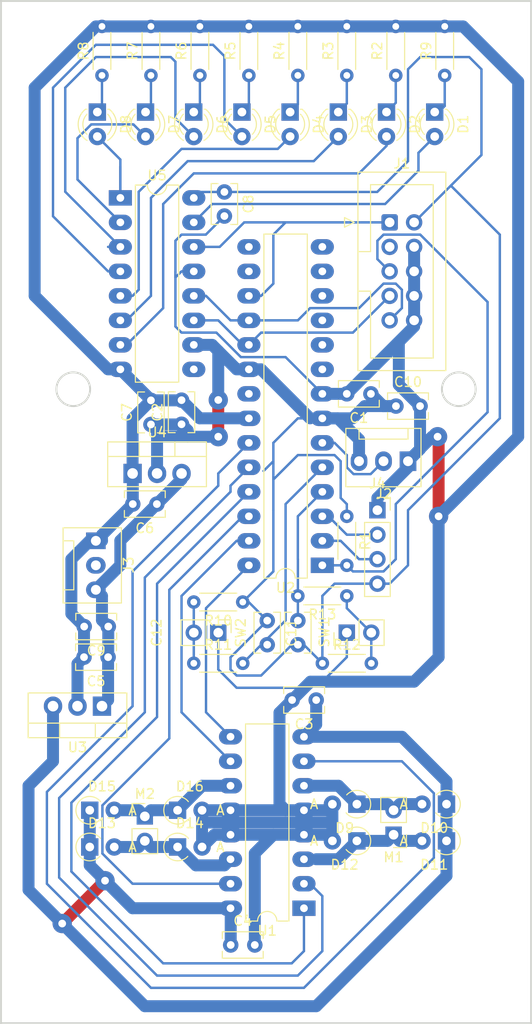
<source format=kicad_pcb>
(kicad_pcb (version 20221018) (generator pcbnew)
  (layers (0 "F.Cu" signal) (31 "B.Cu" signal) (34 "B.Paste" user) (35 "F.Paste" user) (36 "B.SilkS" user "B.Silkscreen") (37 "F.SilkS" user "F.Silkscreen") (38 "B.Mask" user) (39 "F.Mask" user) (44 "Edge.Cuts" user))
  (net 0 "")
  (net 1 "+5V")
  (net 2 "GND")
  (net 3 "VCC")
  (net 4 "Net-(D1-K)")
  (net 5 "Net-(D1-A)")
  (net 6 "Net-(D2-K)")
  (net 7 "Net-(D2-A)")
  (net 8 "Net-(D3-K)")
  (net 9 "Net-(D3-A)")
  (net 10 "Net-(D4-K)")
  (net 11 "Net-(D4-A)")
  (net 12 "Net-(D5-K)")
  (net 13 "Net-(D5-A)")
  (net 14 "Net-(D6-K)")
  (net 15 "Net-(D6-A)")
  (net 16 "Net-(D7-K)")
  (net 17 "Net-(D7-A)")
  (net 18 "Net-(D8-K)")
  (net 19 "Net-(D8-A)")
  (net 20 "Net-(D11-A)")
  (net 21 "Net-(D13-A)")
  (net 22 "Net-(D15-A)")
  (net 24 "Net-(J1-~{RST})")
  (net 25 "Net-(J2-Pin_2)")
  (net 27 "Net-(R10-Pad2)")
  (net 35 "Net-(D10-K)")
  (net 36 "Net-(J4-Pin_3)")
  (net 37 "Net-(J4-Pin_2)")
  (net 41 "Net-(U2-PD3)")
  (net 42 "Net-(U2-PD2)")
  (net 43 "Net-(U1-EN3,4)")
  (net 44 "Net-(U1-EN1,2)")
  (net 45 "Net-(U1-4A)")
  (net 46 "Net-(U1-3A)")
  (net 47 "Net-(U1-2A)")
  (net 48 "Net-(U1-1A)")
  (net 49 "Net-(R12-Pad2)")
  (net 50 "Net-(J1-SCK)")
  (net 51 "Net-(J1-MOSI)")
  (net 52 "Net-(J1-MISO)")
  (net 53 "Net-(D10-A)")
  (footprint "Capacitor_THT:C_Rect_L4.0mm_W2.5mm_P2.50mm" (layer "F.Cu") (at 58.38 78.74 180)
    (fp_text reference "C1")
    (fp_text value "C" hide)
  )
  (footprint "Resistor_THT:R_Axial_DIN0204_L3.6mm_D1.6mm_P5.08mm_Horizontal" (layer "F.Cu") (at 40.005 106.68)
    (fp_text reference "R11")
    (fp_text value "R")
  )
  (footprint "Capacitor_THT:C_Rect_L4.0mm_W2.5mm_P2.50mm" (layer "F.Cu") (at 31.135 102.87 180)
    (fp_text reference "C9")
    (fp_text value "C")
  )
  (footprint "Connector_PinHeader_2.54mm:PinHeader_1x02_P2.54mm_Vertical" (layer "F.Cu") (at 60.735 124.46 180)
    (fp_text reference "M1")
    (fp_text value "Motor_DC")
  )
  (footprint "Connector:FanPinHeader_1x03_P2.54mm_Vertical" (layer "F.Cu") (at 29.845 93.98 -90)
    (fp_text reference "J3")
    (fp_text value "Conn_01x03")
  )
  (footprint "Connector:FanPinHeader_1x03_P2.54mm_Vertical" (layer "F.Cu") (at 62.23 85.725 180)
    (fp_text reference "J2")
    (fp_text value "Conn_01x03")
  )
  (footprint "Capacitor_THT:C_Rect_L4.0mm_W2.5mm_P2.50mm" (layer "F.Cu") (at 50.805 104.755 90)
    (fp_text reference "C12")
    (fp_text value "C")
  )
  (footprint "Package_TO_SOT_THT:TO-220-3_Vertical" (layer "F.Cu") (at 30.48 111.125 180)
    (fp_text reference "U3")
    (fp_text value "L7805")
  )
  (footprint "Connector_PinSocket_2.54mm:PinSocket_1x04_P2.54mm_Vertical" (layer "F.Cu") (at 59.055 90.805)
    (fp_text reference "J4")
    (fp_text value "Conn_01x04_Pin")
  )
  (footprint "Connector_IDC:IDC-Header_2x05_P2.54mm_Vertical" (layer "F.Cu") (at 60.325 60.96)
    (fp_text reference "J1")
    (fp_text value "AVR-ISP-10")
  )
  (footprint "Package_DIP:DIP-16_W7.62mm_LongPads" (layer "F.Cu") (at 32.385 58.42)
    (fp_text reference "U5")
    (fp_text value "74HC595")
  )
  (footprint "Connector_PinHeader_2.54mm:PinHeader_1x02_P2.54mm_Vertical" (layer "F.Cu") (at 34.925 122.555)
    (fp_text reference "M2")
    (fp_text value "Motor_DC")
  )
  (footprint "Diode_THT:D_A-405_P2.54mm_Vertical_AnodeUp" (layer "F.Cu") (at 66.225 125.095 180)
    (fp_text reference "D11")
    (fp_text value "D")
  )
  (footprint "Capacitor_THT:C_Rect_L4.0mm_W2.5mm_P2.50mm" (layer "F.Cu") (at 36.175 90.17 180)
    (fp_text reference "C6")
    (fp_text value "C")
  )
  (footprint "Diode_THT:D_A-405_P2.54mm_Vertical_AnodeUp" (layer "F.Cu") (at 66.225 121.285 180)
    (fp_text reference "D10")
    (fp_text value "D")
  )
  (footprint "LED_THT:LED_D3.0mm" (layer "F.Cu") (at 35 49.52 -90)
    (fp_text reference "D7")
    (fp_text value "LED")
  )
  (footprint "LED_THT:LED_D3.0mm" (layer "F.Cu") (at 60 49.52 -90)
    (fp_text reference "D2")
    (fp_text value "LED")
  )
  (footprint "Capacitor_THT:C_Rect_L4.0mm_W2.5mm_P2.50mm" (layer "F.Cu") (at 52.705 110.49 180)
    (fp_text reference "C3")
    (fp_text value "C")
  )
  (footprint "Resistor_THT:R_Axial_DIN0204_L3.6mm_D1.6mm_P5.08mm_Horizontal" (layer "F.Cu") (at 66.04 45.72 90)
    (fp_text reference "R9")
    (fp_text value "R")
  )
  (footprint "Resistor_THT:R_Axial_DIN0204_L3.6mm_D1.6mm_P5.08mm_Horizontal" (layer "F.Cu") (at 30.48 45.72 90)
    (fp_text reference "R8")
    (fp_text value "R")
  )
  (footprint "Resistor_THT:R_Axial_DIN0204_L3.6mm_D1.6mm_P5.08mm_Horizontal" (layer "F.Cu") (at 45.72 45.72 90)
    (fp_text reference "R5")
    (fp_text value "R")
  )
  (footprint "LED_THT:LED_D3.0mm" (layer "F.Cu") (at 45 49.52 -90)
    (fp_text reference "D5")
    (fp_text value "LED")
  )
  (footprint "Capacitor_THT:C_Rect_L4.0mm_W2.5mm_P2.50mm" (layer "F.Cu") (at 31.115 106.045 180)
    (fp_text reference "C5")
    (fp_text value "C")
  )
  (footprint "Resistor_THT:R_Axial_DIN0204_L3.6mm_D1.6mm_P5.08mm_Horizontal" (layer "F.Cu") (at 45.085 100.33 180)
    (fp_text reference "R10")
    (fp_text value "R")
  )
  (footprint "Package_DIP:DIP-28_W7.62mm_LongPads" (layer "F.Cu") (at 53.34 96.52 180)
    (fp_text reference "U2")
    (fp_text value "ATmega8A-P")
  )
  (footprint "LED_THT:LED_D3.0mm" (layer "F.Cu") (at 40 49.52 -90)
    (fp_text reference "D6")
    (fp_text value "LED")
  )
  (footprint "Diode_THT:D_A-405_P2.54mm_Vertical_AnodeUp" (layer "F.Cu") (at 56.925 121.29 180)
    (fp_text reference "D9")
    (fp_text value "D")
  )
  (footprint "Resistor_THT:R_Axial_DIN0204_L3.6mm_D1.6mm_P5.08mm_Horizontal" (layer "F.Cu") (at 60.96 45.72 90)
    (fp_text reference "R2")
    (fp_text value "R")
  )
  (footprint "Diode_THT:D_A-405_P2.54mm_Vertical_AnodeUp" (layer "F.Cu") (at 38.325 125.73)
    (fp_text reference "D14")
    (fp_text value "D")
  )
  (footprint "Diode_THT:D_A-405_P2.54mm_Vertical_AnodeUp" (layer "F.Cu") (at 29.21 125.73)
    (fp_text reference "D13")
    (fp_text value "D")
  )
  (footprint "LED_THT:LED_D3.0mm" (layer "F.Cu") (at 65 49.52 -90)
    (fp_text reference "D1")
    (fp_text value "LED")
  )
  (footprint "Resistor_THT:R_Axial_DIN0204_L3.6mm_D1.6mm_P5.08mm_Horizontal" (layer "F.Cu") (at 40.64 45.72 90)
    (fp_text reference "R6")
    (fp_text value "R")
  )
  (footprint "Package_DIP:DIP-16_W7.62mm_LongPads" (layer "F.Cu") (at 51.435 132.08 180)
    (fp_text reference "U1")
    (fp_text value "L293D")
  )
  (footprint "Connector_PinHeader_2.54mm:PinHeader_1x02_P2.54mm_Vertical" (layer "F.Cu") (at 42.545 103.505 -90)
    (fp_text reference "SW2")
    (fp_text value "SW_Omron_B3FS")
  )
  (footprint "Resistor_THT:R_Axial_DIN0204_L3.6mm_D1.6mm_P5.08mm_Horizontal" (layer "F.Cu") (at 53.345 106.68)
    (fp_text reference "R12")
    (fp_text value "R")
  )
  (footprint "Capacitor_THT:C_Rect_L4.0mm_W2.5mm_P2.50mm" (layer "F.Cu") (at 60.98 80.01)
    (fp_text reference "C10")
    (fp_text value "C")
  )
  (footprint "Capacitor_THT:C_Rect_L4.0mm_W2.5mm_P2.50mm" (layer "F.Cu") (at 35.56 81.915 90)
    (fp_text reference "C7")
    (fp_text value "C")
  )
  (footprint "Resistor_THT:R_Axial_DIN0204_L3.6mm_D1.6mm_P5.08mm_Horizontal" (layer "F.Cu") (at 50.8 45.72 90)
    (fp_text reference "R4")
    (fp_text value "R")
  )
  (footprint "Connector_PinHeader_2.54mm:PinHeader_1x02_P2.54mm_Vertical" (layer "F.Cu") (at 55.88 103.505 90)
    (fp_text reference "SW1")
    (fp_text value "SW_Omron_B3FS")
  )
  (footprint "Package_TO_SOT_THT:TO-220-3_Vertical" (layer "F.Cu") (at 33.655 86.995)
    (fp_text reference "U4")
    (fp_text value "LM1117-5.0")
  )
  (footprint "Diode_THT:D_A-405_P2.54mm_Vertical_AnodeUp" (layer "F.Cu") (at 38.325 121.92)
    (fp_text reference "D16")
    (fp_text value "D")
  )
  (footprint "Resistor_THT:R_Axial_DIN0204_L3.6mm_D1.6mm_P5.08mm_Horizontal" (layer "F.Cu") (at 55.88 99.695 180)
    (fp_text reference "R13")
    (fp_text value "R")
  )
  (footprint "LED_THT:LED_D3.0mm" (layer "F.Cu") (at 55 49.52 -90)
    (fp_text reference "D3")
    (fp_text value "LED")
  )
  (footprint "Resistor_THT:R_Axial_DIN0204_L3.6mm_D1.6mm_P5.08mm_Horizontal" (layer "F.Cu") (at 55.88 45.72 90)
    (fp_text reference "R3")
    (fp_text value "R")
  )
  (footprint "LED_THT:LED_D3.0mm" (layer "F.Cu") (at 50 49.52 -90)
    (fp_text reference "D4")
    (fp_text value "LED")
  )
  (footprint "Diode_THT:D_A-405_P2.54mm_Vertical_AnodeUp" (layer "F.Cu") (at 56.925 125.095 180)
    (fp_text reference "D12")
    (fp_text value "D")
  )
  (footprint "Capacitor_THT:C_Rect_L4.0mm_W2.5mm_P2.50mm" (layer "F.Cu") (at 47.625 102.255 -90)
    (fp_text reference "C11")
    (fp_text value "C")
  )
  (footprint "Capacitor_THT:C_Rect_L4.0mm_W2.5mm_P2.50mm" (layer "F.Cu") (at 38.735 81.895 90)
    (fp_text reference "C2")
    (fp_text value "C")
  )
  (footprint "Capacitor_THT:C_Rect_L4.0mm_W2.5mm_P2.50mm" (layer "F.Cu") (at 43.18 57.805 -90)
    (fp_text reference "C8")
    (fp_text value "C")
  )
  (footprint "Resistor_THT:R_Axial_DIN0204_L3.6mm_D1.6mm_P5.08mm_Horizontal" (layer "F.Cu") (at 35.56 45.72 90)
    (fp_text reference "R7")
    (fp_text value "R")
  )
  (footprint "Capacitor_THT:C_Rect_L4.0mm_W2.5mm_P2.50mm" (layer "F.Cu") (at 43.835 135.89)
    (fp_text reference "C4")
    (fp_text value "C")
  )
  (footprint "LED_THT:LED_D3.0mm" (layer "F.Cu") (at 30 49.52 -90)
    (fp_text reference "D8")
    (fp_text value "LED")
  )
  (footprint "Diode_THT:D_A-405_P2.54mm_Vertical_AnodeUp" (layer "F.Cu") (at 29.21 121.92)
    (fp_text reference "D15")
    (fp_text value "D")
  )
  (footprint "Resistor_THT:R_Axial_DIN0204_L3.6mm_D1.6mm_P5.08mm_Horizontal" (layer "F.Cu") (at 55.88 91.44 -90)
    (fp_text reference "R1")
    (fp_text value "R")
  )
  (gr_circle (center 67.5 78.26) (end 69.25 78.26) (stroke (width 0.2)) (fill none) (layer "Edge.Cuts"))
  (gr_circle (center 27.5 78.26) (end 29.25 78.26) (stroke (width 0.2)) (fill none) (layer "Edge.Cuts"))
  (gr_rect (start 20 38) (end 75 144) (stroke (width 0.2)) (fill none) (layer "Edge.Cuts"))
  (segment (start 42.545 83.185) (end 42.545 79.375) (width 1.24) (layer "F.Cu") (net 1))
  (via (at 42.545 79.375) (size 2) (drill 0.8) (layers "F.Cu" "B.Cu") (net 1))
  (via (at 42.545 83.185) (size 2) (drill 0.8) (layers "F.Cu" "B.Cu") (net 1))
  (segment (start 57.15 85.725) (end 57.15 83.47) (width 1.24) (layer "B.Cu") (net 1))
  (segment (start 59.055 98.425) (end 54.61 98.425) (width 0.25) (layer "B.Cu") (net 1))
  (segment (start 50.185 104.755) (end 46.99 107.95) (width 0.25) (layer "B.Cu") (net 1))
  (segment (start 40.005 73.66) (end 41.91 73.66) (width 1.24) (layer "B.Cu") (net 1))
  (segment (start 69.85 45.085) (end 68.58 43.815) (width 0.25) (layer "B.Cu") (net 1))
  (segment (start 42.545 83.185) (end 43.18 82.55) (width 0.25) (layer "B.Cu") (net 1))
  (segment (start 62.23 96.52) (end 62.23 90.805) (width 0.25) (layer "B.Cu") (net 1))
  (segment (start 41.91 73.66) (end 42.545 74.295) (width 1.24) (layer "B.Cu") (net 1))
  (segment (start 43.18 74.93) (end 42.545 74.295) (width 0.25) (layer "B.Cu") (net 1))
  (segment (start 44.45 76.2) (end 43.18 74.93) (width 0.25) (layer "B.Cu") (net 1))
  (segment (start 35.56 81.915) (end 38.715 81.915) (width 1.24) (layer "B.Cu") (net 1))
  (segment (start 36.195 83.185) (end 42.545 83.185) (width 1.24) (layer "B.Cu") (net 1))
  (segment (start 59.055 98.425) (end 60.325 98.425) (width 0.25) (layer "B.Cu") (net 1))
  (segment (start 57.15 83.47) (end 54.96 81.28) (width 1.24) (layer "B.Cu") (net 1))
  (segment (start 51.42 104.755) (end 50.185 104.755) (width 0.25) (layer "B.Cu") (net 1))
  (segment (start 55.88 90.17) (end 55.245 89.535) (width 0.25) (layer "B.Cu") (net 1))
  (segment (start 45.7 100.33) (end 47.625 102.255) (width 0.25) (layer "B.Cu") (net 1))
  (segment (start 36.83 83.185) (end 36.195 83.82) (width 0.25) (layer "B.Cu") (net 1))
  (segment (start 50.8 85.09) (end 48.26 87.63) (width 0.25) (layer "B.Cu") (net 1))
  (segment (start 62.23 90.805) (end 71.755 81.28) (width 0.25) (layer "B.Cu") (net 1))
  (segment (start 55.88 91.44) (end 55.88 90.17) (width 0.25) (layer "B.Cu") (net 1))
  (segment (start 57.16 84.83) (end 56.9 85.09) (width 0.25) (layer "B.Cu") (net 1))
  (segment (start 44.45 107.95) (end 43.815 107.315) (width 0.25) (layer "B.Cu") (net 1))
  (segment (start 38.715 81.915) (end 38.735 81.895) (width 1.24) (layer "B.Cu") (net 1))
  (segment (start 40.62 57.805) (end 40.005 58.42) (width 0.25) (layer "B.Cu") (net 1))
  (segment (start 46.99 107.95) (end 44.45 107.95) (width 0.25) (layer "B.Cu") (net 1))
  (segment (start 55.245 85.725) (end 54.61 85.09) (width 0.25) (layer "B.Cu") (net 1))
  (segment (start 50.8 81.28) (end 48.26 83.82) (width 0.25) (layer "B.Cu") (net 1))
  (segment (start 62.23 45.085) (end 62.23 54.61) (width 0.25) (layer "B.Cu") (net 1))
  (segment (start 48.26 85.725) (end 47.245 86.74) (width 0.25) (layer "B.Cu") (net 1))
  (segment (start 54.96 81.28) (end 53.34 81.28) (width 1.24) (layer "B.Cu") (net 1))
  (segment (start 43.815 107.315) (end 43.815 106.065) (width 0.25) (layer "B.Cu") (net 1))
  (segment (start 60.325 98.425) (end 62.23 96.52) (width 0.25) (layer "B.Cu") (net 1))
  (segment (start 45.085 100.33) (end 45.7 100.33) (width 0.25) (layer "B.Cu") (net 1))
  (segment (start 55.245 89.535) (end 55.245 85.725) (width 0.25) (layer "B.Cu") (net 1))
  (segment (start 44.45 76.2) (end 42.545 74.295) (width 1.24) (layer "B.Cu") (net 1))
  (segment (start 69.85 53.975) (end 69.85 45.085) (width 0.25) (layer "B.Cu") (net 1))
  (segment (start 45.085 100.33) (end 48.26 97.155) (width 0.25) (layer "B.Cu") (net 1))
  (segment (start 42.545 83.185) (end 39.37 83.185) (width 0.25) (layer "B.Cu") (net 1))
  (segment (start 53.345 106.68) (end 53.345 99.69) (width 0.25) (layer "B.Cu") (net 1))
  (segment (start 53.34 81.28) (end 56.475 81.28) (width 1.24) (layer "B.Cu") (net 1))
  (segment (start 52.07 81.28) (end 46.99 76.2) (width 1.24) (layer "B.Cu") (net 1))
  (segment (start 48.26 85.725) (end 48.26 90.805) (width 0.25) (layer "B.Cu") (net 1))
  (segment (start 43.18 57.805) (end 40.62 57.805) (width 0.25) (layer "B.Cu") (net 1))
  (segment (start 53.345 106.68) (end 51.42 104.755) (width 0.25) (layer "B.Cu") (net 1))
  (segment (start 57.745 80.01) (end 60.98 80.01) (width 1.24) (layer "B.Cu") (net 1))
  (segment (start 39.37 83.185) (end 36.83 83.185) (width 0.25) (layer "B.Cu") (net 1))
  (segment (start 63.5 43.815) (end 62.23 45.085) (width 0.25) (layer "B.Cu") (net 1))
  (segment (start 52.07 81.28) (end 50.8 81.28) (width 0.25) (layer "B.Cu") (net 1))
  (segment (start 36.195 82.55) (end 35.56 81.915) (width 1.24) (layer "B.Cu") (net 1))
  (segment (start 43.18 74.93) (end 41.91 73.66) (width 0.25) (layer "B.Cu") (net 1))
  (segment (start 62.865 60.96) (end 63.5 60.96) (width 0.25) (layer "B.Cu") (net 1))
  (segment (start 53.345 99.69) (end 54.61 98.425) (width 0.25) (layer "B.Cu") (net 1))
  (segment (start 59.035 57.805) (end 43.18 57.805) (width 0.25) (layer "B.Cu") (net 1))
  (segment (start 36.195 83.185) (end 36.195 82.55) (width 1.24) (layer "B.Cu") (net 1))
  (segment (start 38.735 81.895) (end 39.37 82.53) (width 1.24) (layer "B.Cu") (net 1))
  (segment (start 51.42 104.755) (end 50.805 104.755) (width 0.25) (layer "B.Cu") (net 1))
  (segment (start 59.65 80.01) (end 58.38 78.74) (width 1.24) (layer "B.Cu") (net 1))
  (segment (start 46.99 76.2) (end 45.72 76.2) (width 1.24) (layer "B.Cu") (net 1))
  (segment (start 66.675 57.15) (end 69.85 53.975) (width 0.25) (layer "B.Cu") (net 1))
  (segment (start 48.26 83.82) (end 48.26 85.725) (width 0.25) (layer "B.Cu") (net 1))
  (segment (start 56.475 81.28) (end 57.745 80.01) (width 1.24) (layer "B.Cu") (net 1))
  (segment (start 54.61 85.09) (end 50.8 85.09) (width 0.25) (layer "B.Cu") (net 1))
  (segment (start 68.58 43.815) (end 63.5 43.815) (width 0.25) (layer "B.Cu") (net 1))
  (segment (start 45.72 76.2) (end 44.45 76.2) (width 1.24) (layer "B.Cu") (net 1))
  (segment (start 39.37 82.53) (end 39.37 83.185) (width 1.24) (layer "B.Cu") (net 1))
  (segment (start 53.34 81.28) (end 52.07 81.28) (width 0.25) (layer "B.Cu") (net 1))
  (segment (start 36.195 83.82) (end 36.195 86.995) (width 0.25) (layer "B.Cu") (net 1))
  (segment (start 48.26 97.155) (end 48.26 90.805) (width 0.25) (layer "B.Cu") (net 1))
  (segment (start 43.815 106.065) (end 47.625 102.255) (width 0.25) (layer "B.Cu") (net 1))
  (segment (start 36.195 86.995) (end 36.195 83.185) (width 1.24) (layer "B.Cu") (net 1))
  (segment (start 42.545 79.375) (end 42.545 74.295) (width 1.24) (layer "B.Cu") (net 1))
  (segment (start 62.23 54.61) (end 59.035 57.805) (width 0.25) (layer "B.Cu") (net 1))
  (segment (start 71.755 81.28) (end 71.755 62.23) (width 0.25) (layer "B.Cu") (net 1))
  (segment (start 71.755 62.23) (end 66.675 57.15) (width 0.25) (layer "B.Cu") (net 1))
  (segment (start 60.98 80.01) (end 59.65 80.01) (width 1.24) (layer "B.Cu") (net 1))
  (segment (start 62.865 60.96) (end 66.675 57.15) (width 0.25) (layer "B.Cu") (net 1))
  (segment (start 56.9 85.09) (end 56.515 85.09) (width 0.25) (layer "B.Cu") (net 1))
  (segment (start 65.2995 91.3345) (end 65.405 91.44) (width 1.24) (layer "F.Cu") (net 2))
  (segment (start 65.405 83.2905) (end 65.2995 83.185) (width 1.24) (layer "F.Cu") (net 2))
  (segment (start 65.405 91.44) (end 65.405 83.2905) (width 1.24) (layer "F.Cu") (net 2))
  (via (at 65.405 91.44) (size 2) (drill 0.8) (layers "F.Cu" "B.Cu") (net 2))
  (via (at 65.2995 83.185) (size 2) (drill 0.8) (layers "F.Cu" "B.Cu") (net 2))
  (segment (start 40.005 66.04) (end 38.735 66.04) (width 0.25) (layer "B.Cu") (net 2))
  (segment (start 46.335 126.385) (end 48.26 124.46) (width 1.24) (layer "B.Cu") (net 2))
  (segment (start 53.75 124.46) (end 54.385 125.095) (width 1.24) (layer "B.Cu") (net 2))
  (segment (start 61.2775 77.8075) (end 61.2775 73.66) (width 1.24) (layer "B.Cu") (net 2))
  (segment (start 38.735 79.395) (end 38.735 80.01) (width 0.25) (layer "B.Cu") (net 2))
  (segment (start 42.545 107.315) (end 44.45 109.22) (width 0.25) (layer "B.Cu") (net 2))
  (segment (start 63.48 84.435) (end 63.48 84.475) (width 1.24) (layer "B.Cu") (net 2))
  (segment (start 67.945 40.64) (end 73.66 46.355) (width 1.24) (layer "B.Cu") (net 2))
  (segment (start 59.055 89.535) (end 59.055 90.805) (width 1.24) (layer "B.Cu") (net 2))
  (segment (start 38.1 62.865) (end 38.1 66.675) (width 0.25) (layer "B.Cu") (net 2))
  (segment (start 65.405 106.045) (end 62.865 108.585) (width 1.24) (layer "B.Cu") (net 2))
  (segment (start 62.865 71.12) (end 62.865 71.755) (width 1.24) (layer "B.Cu") (net 2))
  (segment (start 29.21 93.98) (end 27.305 95.885) (width 1.24) (layer "B.Cu") (net 2))
  (segment (start 35.56 79.415) (end 38.715 79.415) (width 1.24) (layer "B.Cu") (net 2))
  (segment (start 29.845 93.98) (end 29.21 93.98) (width 1.24) (layer "B.Cu") (net 2))
  (segment (start 42.35 72.39) (end 44.89 74.93) (width 0.25) (layer "B.Cu") (net 2))
  (segment (start 30.48 93.365) (end 33.675 90.17) (width 1.24) (layer "B.Cu") (net 2))
  (segment (start 64.73 83.185) (end 63.48 84.435) (width 1.24) (layer "B.Cu") (net 2))
  (segment (start 53.755 121.92) (end 54.385 121.29) (width 1.24) (layer "B.Cu") (net 2))
  (segment (start 33.675 87.015) (end 33.655 86.995) (width 1.24) (layer "B.Cu") (net 2))
  (segment (start 40.865 121.92) (end 40.865 123.19) (width 1.24) (layer "B.Cu") (net 2))
  (segment (start 38.715 79.415) (end 38.735 79.395) (width 1.24) (layer "B.Cu") (net 2))
  (segment (start 51.435 121.92) (end 51.435 123.19) (width 1.24) (layer "B.Cu") (net 2))
  (segment (start 73.66 46.355) (end 73.66 83.185) (width 1.24) (layer "B.Cu") (net 2))
  (segment (start 43.815 121.92) (end 49.53 121.92) (width 1.24) (layer "B.Cu") (net 2))
  (segment (start 35.56 79.375) (end 32.385 76.2) (width 1.24) (layer "B.Cu") (net 2))
  (segment (start 51.435 124.46) (end 48.26 124.46) (width 1.24) (layer "B.Cu") (net 2))
  (segment (start 38.735 66.04) (end 38.1 66.675) (width 0.25) (layer "B.Cu") (net 2))
  (segment (start 63.48 84.475) (end 62.23 85.725) (width 1.24) (layer "B.Cu") (net 2))
  (segment (start 63.48 80.01) (end 61.2775 77.8075) (width 1.24) (layer "B.Cu") (net 2))
  (segment (start 48.895 111.8) (end 50.205 110.49) (width 1.24) (layer "B.Cu") (net 2))
  (segment (start 40.62 81.28) (end 38.735 79.395) (width 1.24) (layer "B.Cu") (net 2))
  (segment (start 65.2995 83.185) (end 64.73 83.185) (width 1.24) (layer "B.Cu") (net 2))
  (segment (start 65.405 91.44) (end 65.405 106.045) (width 1.24) (layer "B.Cu") (net 2))
  (segment (start 51.435 123.19) (end 50.8 123.19) (width 1.24) (layer "B.Cu") (net 2))
  (segment (start 43.815 124.46) (end 42.135 124.46) (width 1.24) (layer "B.Cu") (net 2))
  (segment (start 27.94 106.72) (end 28.615 106.045) (width 1.24) (layer "B.Cu") (net 2))
  (segment (start 40.865 121.92) (end 43.815 121.92) (width 1.24) (layer "B.Cu") (net 2))
  (segment (start 51.435 121.92) (end 53.755 121.92) (width 1.24) (layer "B.Cu") (net 2))
  (segment (start 62.23 85.725) (end 62.23 86.36) (width 1.24) (layer "B.Cu") (net 2))
  (segment (start 41.255 62.23) (end 38.735 62.23) (width 0.25) (layer "B.Cu") (net 2))
  (segment (start 45.72 81.28) (end 40.62 81.28) (width 1.24) (layer "B.Cu") (net 2))
  (segment (start 32.385 76.2) (end 33.655 77.47) (width 0.25) (layer "B.Cu") (net 2))
  (segment (start 51.475 109.22) (end 52.11 108.585) (width 0.25) (layer "B.Cu") (net 2))
  (segment (start 33.675 90.17) (end 33.675 87.015) (width 1.24) (layer "B.Cu") (net 2))
  (segment (start 43.815 121.92) (end 43.815 124.46) (width 1.24) (layer "B.Cu") (net 2))
  (segment (start 32.385 76.24) (end 35.56 79.415) (width 0.25) (layer "B.Cu") (net 2))
  (segment (start 50.205 110.49) (end 52.11 108.585) (width 1.24) (layer "B.Cu") (net 2))
  (segment (start 32.385 76.2) (end 32.385 76.24) (width 0.25) (layer "B.Cu") (net 2))
  (segment (start 62.865 108.585) (end 53.34 108.585) (width 1.24) (layer "B.Cu") (net 2))
  (segment (start 30.48 93.98) (end 29.845 93.98) (width 1.24) (layer "B.Cu") (net 2))
  (segment (start 27.305 95.885) (end 27.305 101.54) (width 1.24) (layer "B.Cu") (net 2))
  (segment (start 49.53 121.92) (end 51.435 121.92) (width 1.24) (layer "B.Cu") (net 2))
  (segment (start 33.655 86.995) (end 33.655 81.32) (width 1.24) (layer "B.Cu") (net 2))
  (segment (start 51.435 124.46) (end 53.75 124.46) (width 1.24) (layer "B.Cu") (net 2))
  (segment (start 38.735 62.23) (end 38.1 62.865) (width 0.25) (layer "B.Cu") (net 2))
  (segment (start 23.495 46.99) (end 29.845 40.64) (width 1.24) (layer "B.Cu") (net 2))
  (segment (start 61.2775 73.66) (end 61.11875 73.50125) (width 1.24) (layer "B.Cu") (net 2))
  (segment (start 38.735 72.39) (end 42.35 72.39) (width 0.25) (layer "B.Cu") (net 2))
  (segment (start 40.865 123.19) (end 50.8 123.19) (width 1.24) (layer "B.Cu") (net 2))
  (segment (start 54.385 123.19) (end 50.8 123.19) (width 1.24) (layer "B.Cu") (net 2))
  (segment (start 29.845 40.64) (end 67.945 40.64) (width 1.24) (layer "B.Cu") (net 2))
  (segment (start 33.655 81.32) (end 35.56 79.415) (width 1.24) (layer "B.Cu") (net 2))
  (segment (start 54.385 125.095) (end 54.385 123.19) (width 1.24) (layer "B.Cu") (net 2))
  (segment (start 48.895 121.285) (end 48.895 111.8) (width 1.24) (layer "B.Cu") (net 2))
  (segment (start 42.545 103.505) (end 42.545 107.315) (width 0.25) (layer "B.Cu") (net 2))
  (segment (start 73.66 83.185) (end 65.405 91.44) (width 1.24) (layer "B.Cu") (net 2))
  (segment (start 35.56 79.415) (end 35.56 79.375) (width 1.24) (layer "B.Cu") (net 2))
  (segment (start 55.88 106.045) (end 55.88 103.505) (width 0.25) (layer "B.Cu") (net 2))
  (segment (start 43.18 60.305) (end 41.255 62.23) (width 0.25) (layer "B.Cu") (net 2))
  (segment (start 53.34 108.585) (end 55.88 106.045) (width 0.25) (layer "B.Cu") (net 2))
  (segment (start 54.385 123.19) (end 54.385 121.29) (width 1.24) (layer "B.Cu") (net 2))
  (segment (start 38.1 71.755) (end 38.735 72.39) (width 0.25) (layer "B.Cu") (net 2))
  (segment (start 42.135 124.46) (end 40.865 125.73) (width 1.24) (layer "B.Cu") (net 2))
  (segment (start 62.865 63.5) (end 62.865 71.12) (width 1.24) (layer "B.Cu") (net 2))
  (segment (start 28.615 106.045) (end 28.615 102.89) (width 1.24) (layer "B.Cu") (net 2))
  (segment (start 63.48 84.435) (end 63.48 80.01) (width 1.24) (layer "B.Cu") (net 2))
  (segment (start 53.34 78.74) (end 52.324 78.74) (width 0.25) (layer "B.Cu") (net 2))
  (segment (start 62.23 86.36) (end 59.055 89.535) (width 1.24) (layer "B.Cu") (net 2))
  (segment (start 52.11 108.585) (end 53.34 108.585) (width 1.24) (layer "B.Cu") (net 2))
  (segment (start 55.88 78.74) (end 53.34 78.74) (width 1.24) (layer "B.Cu") (net 2))
  (segment (start 46.335 135.89) (end 46.335 126.385) (width 1.24) (layer "B.Cu") (net 2))
  (segment (start 40.865 123.19) (end 40.865 125.73) (width 1.24) (layer "B.Cu") (net 2))
  (segment (start 32.385 76.2) (end 31.115 76.2) (width 1.24) (layer "B.Cu") (net 2))
  (segment (start 44.45 109.22) (end 51.475 109.22) (width 0.25) (layer "B.Cu") (net 2))
  (segment (start 51.435 123.19) (end 51.435 124.46) (width 1.24) (layer "B.Cu") (net 2))
  (segment (start 44.89 74.93) (end 49.53 74.93) (width 0.25) (layer "B.Cu") (net 2))
  (segment (start 30.48 93.98) (end 30.48 93.365) (width 1.24) (layer "B.Cu") (net 2))
  (segment (start 38.1 66.04) (end 38.1 71.755) (width 0.25) (layer "B.Cu") (net 2))
  (segment (start 28.615 102.89) (end 28.635 102.87) (width 1.24) (layer "B.Cu") (net 2))
  (segment (start 49.53 121.92) (end 48.895 121.285) (width 1.24) (layer "B.Cu") (net 2))
  (segment (start 23.495 68.58) (end 23.495 46.99) (width 1.24) (layer "B.Cu") (net 2))
  (segment (start 53.38 78.78) (end 53.34 78.74) (width 0.25) (layer "B.Cu") (net 2))
  (segment (start 62.865 71.755) (end 55.88 78.74) (width 1.24) (layer "B.Cu") (net 2))
  (segment (start 49.53 74.93) (end 53.34 78.74) (width 0.25) (layer "B.Cu") (net 2))
  (segment (start 31.115 76.2) (end 23.495 68.58) (width 1.24) (layer "B.Cu") (net 2))
  (segment (start 62.365 84.83) (end 62.24 84.83) (width 0.25) (layer "B.Cu") (net 2))
  (segment (start 27.94 111.125) (end 27.94 106.72) (width 1.24) (layer "B.Cu") (net 2))
  (segment (start 48.26 124.46) (end 43.815 124.46) (width 1.24) (layer "B.Cu") (net 2))
  (segment (start 27.305 101.54) (end 28.635 102.87) (width 1.24) (layer "B.Cu") (net 2))
  (segment (start 32.385 93.96) (end 32.385 96.505) (width 1.24) (layer "B.Cu") (net 3))
  (segment (start 38.735 87.61) (end 36.175 90.17) (width 1.24) (layer "B.Cu") (net 3))
  (segment (start 29.845 99.06) (end 30.48 99.695) (width 1.24) (layer "B.Cu") (net 3))
  (segment (start 31.135 102.87) (end 31.135 106.025) (width 1.24) (layer "B.Cu") (net 3))
  (segment (start 31.115 110.49) (end 30.48 111.125) (width 1.24) (layer "B.Cu") (net 3))
  (segment (start 32.385 96.51295) (end 29.845 99.05295) (width 1.24) (layer "B.Cu") (net 3))
  (segment (start 32.385 96.505) (end 32.4 96.52) (width 0.25) (layer "B.Cu") (net 3))
  (segment (start 38.735 86.995) (end 38.735 87.61) (width 1.24) (layer "B.Cu") (net 3))
  (segment (start 36.175 90.17) (end 32.385 93.96) (width 1.24) (layer "B.Cu") (net 3))
  (segment (start 31.135 106.025) (end 31.115 106.045) (width 1.24) (layer "B.Cu") (net 3))
  (segment (start 32.385 96.505) (end 32.385 96.51295) (width 1.24) (layer "B.Cu") (net 3))
  (segment (start 30.48 99.695) (end 30.48 102.215) (width 1.24) (layer "B.Cu") (net 3))
  (segment (start 29.845 99.05295) (end 29.845 99.06) (width 1.24) (layer "B.Cu") (net 3))
  (segment (start 30.48 102.215) (end 31.135 102.87) (width 1.24) (layer "B.Cu") (net 3))
  (segment (start 32.4 96.52) (end 32.71 96.52) (width 0.25) (layer "B.Cu") (net 3))
  (segment (start 31.115 106.045) (end 31.115 110.49) (width 1.24) (layer "B.Cu") (net 3))
  (segment (start 66.04 48.895) (end 65.415 49.52) (width 0.25) (layer "B.Cu") (net 4))
  (segment (start 66.04 45.72) (end 66.04 48.895) (width 0.25) (layer "B.Cu") (net 4))
  (segment (start 65.415 49.52) (end 65 49.52) (width 0.25) (layer "B.Cu") (net 4))
  (segment (start 65.503 51.557) (end 63.315 53.745) (width 0.25) (layer "B.Cu") (net 5))
  (segment (start 59.858984 59.055) (end 41.91 59.055) (width 0.25) (layer "B.Cu") (net 5))
  (segment (start 41.91 59.055) (end 40.005 60.96) (width 0.25) (layer "B.Cu") (net 5))
  (segment (start 63.315 55.598984) (end 59.858984 59.055) (width 0.25) (layer "B.Cu") (net 5))
  (segment (start 63.315 53.745) (end 63.315 55.598984) (width 0.25) (layer "B.Cu") (net 5))
  (segment (start 60.96 48.56) (end 60 49.52) (width 0.25) (layer "B.Cu") (net 6))
  (segment (start 60.96 45.72) (end 60.96 48.56) (width 0.25) (layer "B.Cu") (net 6))
  (segment (start 60 52.06) (end 60.503 51.557) (width 0.25) (layer "B.Cu") (net 7))
  (segment (start 57.15 55.88) (end 60 53.03) (width 0.25) (layer "B.Cu") (net 7))
  (segment (start 40.005 55.88) (end 57.15 55.88) (width 0.25) (layer "B.Cu") (net 7))
  (segment (start 36.83 59.055) (end 40.005 55.88) (width 0.25) (layer "B.Cu") (net 7))
  (segment (start 33.02 73.66) (end 36.83 69.85) (width 0.25) (layer "B.Cu") (net 7))
  (segment (start 36.83 69.85) (end 36.83 59.055) (width 0.25) (layer "B.Cu") (net 7))
  (segment (start 32.385 73.66) (end 33.02 73.66) (width 0.25) (layer "B.Cu") (net 7))
  (segment (start 60 53.03) (end 60 52.06) (width 0.25) (layer "B.Cu") (net 7))
  (segment (start 55.88 45.72) (end 55.88 48.64) (width 0.25) (layer "B.Cu") (net 8))
  (segment (start 55.88 48.64) (end 55 49.52) (width 0.25) (layer "B.Cu") (net 8))
  (segment (start 52.45 54.61) (end 55.503 51.557) (width 0.25) (layer "B.Cu") (net 9))
  (segment (start 35.56 58.42) (end 39.37 54.61) (width 0.25) (layer "B.Cu") (net 9))
  (segment (start 33.02 71.12) (end 35.56 68.58) (width 0.25) (layer "B.Cu") (net 9))
  (segment (start 32.385 71.12) (end 33.02 71.12) (width 0.25) (layer "B.Cu") (net 9))
  (segment (start 35.56 68.58) (end 35.56 58.42) (width 0.25) (layer "B.Cu") (net 9))
  (segment (start 39.37 54.61) (end 52.45 54.61) (width 0.25) (layer "B.Cu") (net 9))
  (segment (start 50.8 48.72) (end 50 49.52) (width 0.25) (layer "B.Cu") (net 10))
  (segment (start 50.8 45.72) (end 50.8 48.72) (width 0.25) (layer "B.Cu") (net 10))
  (segment (start 48.72 53.34) (end 50.503 51.557) (width 0.25) (layer "B.Cu") (net 11))
  (segment (start 34.29 57.785) (end 38.735 53.34) (width 0.25) (layer "B.Cu") (net 11))
  (segment (start 38.735 53.34) (end 48.72 53.34) (width 0.25) (layer "B.Cu") (net 11))
  (segment (start 32.385 68.58) (end 33.655 68.58) (width 0.25) (layer "B.Cu") (net 11))
  (segment (start 34.29 67.945) (end 34.29 57.785) (width 0.25) (layer "B.Cu") (net 11))
  (segment (start 33.655 68.58) (end 34.29 67.945) (width 0.25) (layer "B.Cu") (net 11))
  (segment (start 45.72 48.8) (end 45 49.52) (width 0.25) (layer "B.Cu") (net 12))
  (segment (start 45.72 45.72) (end 45.72 48.8) (width 0.25) (layer "B.Cu") (net 12))
  (segment (start 43.18 50.24) (end 43.18 43.725215) (width 0.25) (layer "B.Cu") (net 13))
  (segment (start 25.4 46.99) (end 25.4 60.325) (width 0.25) (layer "B.Cu") (net 13))
  (segment (start 25.4 60.325) (end 31.115 66.04) (width 0.25) (layer "B.Cu") (net 13))
  (segment (start 29.845 42.545) (end 25.4 46.99) (width 0.25) (layer "B.Cu") (net 13))
  (segment (start 41.999785 42.545) (end 29.845 42.545) (width 0.25) (layer "B.Cu") (net 13))
  (segment (start 45 52.06) (end 43.18 50.24) (width 0.25) (layer "B.Cu") (net 13))
  (segment (start 43.18 43.725215) (end 41.999785 42.545) (width 0.25) (layer "B.Cu") (net 13))
  (segment (start 40.64 45.72) (end 40.64 48.88) (width 0.25) (layer "B.Cu") (net 14))
  (segment (start 40.64 48.88) (end 40 49.52) (width 0.25) (layer "B.Cu") (net 14))
  (segment (start 29.846396 43.815) (end 37.614604 43.815) (width 0.25) (layer "B.Cu") (net 15))
  (segment (start 26.67 57.785) (end 26.67 46.991396) (width 0.25) (layer "B.Cu") (net 15))
  (segment (start 26.67 46.991396) (end 29.846396 43.815) (width 0.25) (layer "B.Cu") (net 15))
  (segment (start 37.614604 43.815) (end 38.1 44.300396) (width 0.25) (layer "B.Cu") (net 15))
  (segment (start 32.385 63.5) (end 31.115 63.5) (width 0.25) (layer "B.Cu") (net 15))
  (segment (start 38.1 50.16) (end 40 52.06) (width 0.25) (layer "B.Cu") (net 15))
  (segment (start 32.385 63.5) (end 26.67 57.785) (width 0.25) (layer "B.Cu") (net 15))
  (segment (start 38.1 44.300396) (end 38.1 50.16) (width 0.25) (layer "B.Cu") (net 15))
  (segment (start 35.56 48.96) (end 35 49.52) (width 0.25) (layer "B.Cu") (net 16))
  (segment (start 35.56 45.72) (end 35.56 48.96) (width 0.25) (layer "B.Cu") (net 16))
  (segment (start 27.94 56.515) (end 32.385 60.96) (width 0.25) (layer "B.Cu") (net 17))
  (segment (start 33.74 50.8) (end 29.368794 50.8) (width 0.25) (layer "B.Cu") (net 17))
  (segment (start 27.94 52.228794) (end 27.94 56.515) (width 0.25) (layer "B.Cu") (net 17))
  (segment (start 35 52.06) (end 33.74 50.8) (width 0.25) (layer "B.Cu") (net 17))
  (segment (start 29.368794 50.8) (end 27.94 52.228794) (width 0.25) (layer "B.Cu") (net 17))
  (segment (start 30.48 49.04) (end 30 49.52) (width 0.25) (layer "B.Cu") (net 18))
  (segment (start 30.48 45.72) (end 30.48 49.04) (width 0.25) (layer "B.Cu") (net 18))
  (segment (start 32.385 58.42) (end 32.385 55.165) (width 0.25) (layer "B.Cu") (net 19))
  (segment (start 32.385 54.445) (end 32.385 58.42) (width 0.25) (layer "B.Cu") (net 19))
  (segment (start 30 52.06) (end 32.385 54.445) (width 0.25) (layer "B.Cu") (net 19))
  (segment (start 56.925 125.095) (end 55.02 127) (width 1.24) (layer "B.Cu") (net 20))
  (segment (start 60.1 125.095) (end 60.735 124.46) (width 1.24) (layer "B.Cu") (net 20))
  (segment (start 56.925 125.095) (end 60.1 125.095) (width 1.24) (layer "B.Cu") (net 20))
  (segment (start 55.02 127) (end 52.705 127) (width 1.24) (layer "B.Cu") (net 20))
  (segment (start 61.37 125.095) (end 60.735 124.46) (width 1.24) (layer "B.Cu") (net 20))
  (segment (start 63.685 125.095) (end 61.37 125.095) (width 1.24) (layer "B.Cu") (net 20))
  (segment (start 31.75 125.73) (end 34.29 125.73) (width 1.24) (layer "B.Cu") (net 21))
  (segment (start 38.325 125.73) (end 40.23 127.635) (width 1.24) (layer "B.Cu") (net 21))
  (segment (start 38.325 125.73) (end 35.56 125.73) (width 1.24) (layer "B.Cu") (net 21))
  (segment (start 40.23 127.635) (end 43.18 127.635) (width 1.24) (layer "B.Cu") (net 21))
  (segment (start 35.56 125.73) (end 34.925 125.095) (width 1.24) (layer "B.Cu") (net 21))
  (segment (start 34.29 125.73) (end 34.925 125.095) (width 1.24) (layer "B.Cu") (net 21))
  (segment (start 38.325 125.73) (end 38.325 125.955) (width 1.24) (layer "B.Cu") (net 21))
  (segment (start 43.18 127.635) (end 43.815 127) (width 1.24) (layer "B.Cu") (net 21))
  (segment (start 38.325 121.92) (end 35.56 121.92) (width 1.24) (layer "B.Cu") (net 22))
  (segment (start 38.325 121.92) (end 40.865 119.38) (width 1.24) (layer "B.Cu") (net 22))
  (segment (start 40.865 119.38) (end 43.815 119.38) (width 1.24) (layer "B.Cu") (net 22))
  (segment (start 38.325 121.92) (end 38.325 121.695) (width 1.24) (layer "B.Cu") (net 22))
  (segment (start 31.75 121.92) (end 34.29 121.92) (width 1.24) (layer "B.Cu") (net 22))
  (segment (start 35.56 121.92) (end 34.925 122.555) (width 1.24) (layer "B.Cu") (net 22))
  (segment (start 34.29 121.92) (end 34.925 122.555) (width 1.24) (layer "B.Cu") (net 22))
  (segment (start 63.5 62.23) (end 70.485 69.215) (width 0.25) (layer "B.Cu") (net 24))
  (segment (start 70.485 80.645) (end 60.96 90.17) (width 0.25) (layer "B.Cu") (net 24))
  (segment (start 60.96 90.17) (end 60.96 95.885) (width 0.25) (layer "B.Cu") (net 24))
  (segment (start 59.055 62.865) (end 59.69 62.23) (width 0.25) (layer "B.Cu") (net 24))
  (segment (start 59.055 64.77) (end 59.055 62.865) (width 0.25) (layer "B.Cu") (net 24))
  (segment (start 59.69 62.23) (end 63.5 62.23) (width 0.25) (layer "B.Cu") (net 24))
  (segment (start 70.485 69.215) (end 70.485 80.645) (width 0.25) (layer "B.Cu") (net 24))
  (segment (start 55.88 96.52) (end 53.34 96.52) (width 0.25) (layer "B.Cu") (net 24))
  (segment (start 60.96 95.885) (end 59.69 97.155) (width 0.25) (layer "B.Cu") (net 24))
  (segment (start 56.515 97.155) (end 55.88 96.52) (width 0.25) (layer "B.Cu") (net 24))
  (segment (start 59.69 97.155) (end 56.515 97.155) (width 0.25) (layer "B.Cu") (net 24))
  (segment (start 60.325 66.04) (end 59.055 64.77) (width 0.25) (layer "B.Cu") (net 24))
  (segment (start 55.88 85.09) (end 55.88 86.36) (width 0.25) (layer "B.Cu") (net 25))
  (segment (start 56.585 87.065) (end 58.35 87.065) (width 0.25) (layer "B.Cu") (net 25))
  (segment (start 55.88 86.36) (end 56.585 87.065) (width 0.25) (layer "B.Cu") (net 25))
  (segment (start 58.35 87.065) (end 59.69 85.725) (width 0.25) (layer "B.Cu") (net 25))
  (segment (start 59.69 85.725) (end 59.69 85.09) (width 0.25) (layer "B.Cu") (net 25))
  (segment (start 54.61 83.82) (end 55.88 85.09) (width 0.25) (layer "B.Cu") (net 25))
  (segment (start 53.34 83.82) (end 54.61 83.82) (width 0.25) (layer "B.Cu") (net 25))
  (segment (start 40.005 103.505) (end 40.005 106.68) (width 0.25) (layer "B.Cu") (net 27))
  (segment (start 40.005 100.33) (end 40.005 103.505) (width 0.25) (layer "B.Cu") (net 27))
  (segment (start 26.3525 133.6675) (end 30.7975 129.2225) (width 1.24) (layer "F.Cu") (net 35))
  (via (at 26.3525 133.6675) (size 2) (drill 0.8) (layers "F.Cu" "B.Cu") (net 35))
  (via (at 30.7975 129.2225) (size 2) (drill 0.8) (layers "F.Cu" "B.Cu") (net 35))
  (segment (start 66.225 125.095) (end 66.225 128.72) (width 1.24) (layer "B.Cu") (net 35))
  (segment (start 66.225 121.285) (end 66.225 125.095) (width 1.24) (layer "B.Cu") (net 35))
  (segment (start 52.705 110.49) (end 52.705 113.03) (width 1.24) (layer "B.Cu") (net 35))
  (segment (start 29.21 121.92) (end 29.21 125.73) (width 1.24) (layer "B.Cu") (net 35))
  (segment (start 51.435 114.3) (end 61.595 114.3) (width 1.24) (layer "B.Cu") (net 35))
  (segment (start 66.225 128.72) (end 52.705 142.24) (width 1.24) (layer "B.Cu") (net 35))
  (segment (start 43.835 132.1) (end 43.815 132.08) (width 1.24) (layer "B.Cu") (net 35))
  (segment (start 43.835 135.89) (end 43.835 132.1) (width 1.24) (layer "B.Cu") (net 35))
  (segment (start 52.705 113.03) (end 51.435 114.3) (width 1.24) (layer "B.Cu") (net 35))
  (segment (start 33.655 132.08) (end 43.815 132.08) (width 1.24) (layer "B.Cu") (net 35))
  (segment (start 22.86 130.175) (end 22.86 119.38) (width 1.24) (layer "B.Cu") (net 35))
  (segment (start 26.3525 133.6675) (end 22.86 130.175) (width 1.24) (layer "B.Cu") (net 35))
  (segment (start 61.595 114.3) (end 66.225 118.93) (width 1.24) (layer "B.Cu") (net 35))
  (segment (start 29.21 127.635) (end 33.655 132.08) (width 1.24) (layer "B.Cu") (net 35))
  (segment (start 52.705 142.24) (end 34.925 142.24) (width 1.24) (layer "B.Cu") (net 35))
  (segment (start 34.925 142.24) (end 26.3525 133.6675) (width 1.24) (layer "B.Cu") (net 35))
  (segment (start 25.4 116.84) (end 25.4 111.125) (width 1.24) (layer "B.Cu") (net 35))
  (segment (start 29.21 125.73) (end 29.21 127.635) (width 1.24) (layer "B.Cu") (net 35))
  (segment (start 22.86 119.38) (end 25.4 116.84) (width 1.24) (layer "B.Cu") (net 35))
  (segment (start 33.655 132.08) (end 30.7975 129.2225) (width 1.24) (layer "B.Cu") (net 35))
  (segment (start 66.225 118.93) (end 66.225 121.285) (width 1.24) (layer "B.Cu") (net 35))
  (segment (start 53.34 93.98) (end 55.245 93.98) (width 0.25) (layer "B.Cu") (net 36))
  (segment (start 55.245 93.98) (end 57.15 95.885) (width 0.25) (layer "B.Cu") (net 36))
  (segment (start 57.15 95.885) (end 59.055 95.885) (width 0.25) (layer "B.Cu") (net 36))
  (segment (start 55.88 93.345) (end 53.975 91.44) (width 0.25) (layer "B.Cu") (net 37))
  (segment (start 59.055 93.345) (end 55.88 93.345) (width 0.25) (layer "B.Cu") (net 37))
  (segment (start 53.34 91.44) (end 53.975 91.44) (width 0.25) (layer "B.Cu") (net 37))
  (segment (start 47.01 104.755) (end 47.625 104.755) (width 0.25) (layer "B.Cu") (net 41))
  (segment (start 49.53 102.235) (end 49.53 90.17) (width 0.25) (layer "B.Cu") (net 41))
  (segment (start 45.085 106.68) (end 47.01 104.755) (width 0.25) (layer "B.Cu") (net 41))
  (segment (start 47.625 104.755) (end 47.625 104.14) (width 0.25) (layer "B.Cu") (net 41))
  (segment (start 47.625 104.14) (end 49.53 102.235) (width 0.25) (layer "B.Cu") (net 41))
  (segment (start 49.53 90.17) (end 53.34 86.36) (width 0.25) (layer "B.Cu") (net 41))
  (segment (start 50.8 91.44) (end 50.8 95.885) (width 0.25) (layer "B.Cu") (net 42))
  (segment (start 50.805 98.425) (end 50.805 102.255) (width 0.25) (layer "B.Cu") (net 42))
  (segment (start 50.805 95.89) (end 50.805 98.425) (width 0.25) (layer "B.Cu") (net 42))
  (segment (start 50.8 95.885) (end 50.805 95.89) (width 0.25) (layer "B.Cu") (net 42))
  (segment (start 53.34 88.9) (end 50.8 91.44) (width 0.25) (layer "B.Cu") (net 42))
  (segment (start 41.275 100.965) (end 45.72 96.52) (width 0.25) (layer "B.Cu") (net 43))
  (segment (start 41.275 111.76) (end 41.275 100.965) (width 0.25) (layer "B.Cu") (net 43))
  (segment (start 43.815 114.3) (end 41.275 111.76) (width 0.25) (layer "B.Cu") (net 43))
  (segment (start 51.435 132.08) (end 51.435 136.525) (width 0.25) (layer "B.Cu") (net 44))
  (segment (start 27.305 128.27) (end 27.305 121.1375) (width 0.25) (layer "B.Cu") (net 44))
  (segment (start 27.305 121.1375) (end 36.195 112.2475) (width 0.25) (layer "B.Cu") (net 44))
  (segment (start 36.195 112.2475) (end 36.195 98.425) (width 0.25) (layer "B.Cu") (net 44))
  (segment (start 50.165 137.795) (end 36.83 137.795) (width 0.25) (layer "B.Cu") (net 44))
  (segment (start 36.83 137.795) (end 27.305 128.27) (width 0.25) (layer "B.Cu") (net 44))
  (segment (start 51.435 136.525) (end 50.165 137.795) (width 0.25) (layer "B.Cu") (net 44))
  (segment (start 36.195 98.425) (end 45.72 88.9) (width 0.25) (layer "B.Cu") (net 44))
  (segment (start 43.815 129.54) (end 33.655 129.54) (width 0.25) (layer "B.Cu") (net 45))
  (segment (start 45.085 91.44) (end 45.72 91.44) (width 0.25) (layer "B.Cu") (net 45))
  (segment (start 30.525 121.412588) (end 37.465 114.472588) (width 0.25) (layer "B.Cu") (net 45))
  (segment (start 33.655 129.54) (end 30.525 126.41) (width 0.25) (layer "B.Cu") (net 45))
  (segment (start 37.465 114.472588) (end 37.465 99.06) (width 0.25) (layer "B.Cu") (net 45))
  (segment (start 37.465 99.06) (end 45.085 91.44) (width 0.25) (layer "B.Cu") (net 45))
  (segment (start 30.525 126.41) (end 30.525 121.412588) (width 0.25) (layer "B.Cu") (net 45))
  (segment (start 44.45 93.98) (end 38.735 99.695) (width 0.25) (layer "B.Cu") (net 46))
  (segment (start 38.735 111.76) (end 43.815 116.84) (width 0.25) (layer "B.Cu") (net 46))
  (segment (start 45.72 93.98) (end 44.45 93.98) (width 0.25) (layer "B.Cu") (net 46))
  (segment (start 38.735 99.695) (end 38.735 111.76) (width 0.25) (layer "B.Cu") (net 46))
  (segment (start 33.655 97.155) (end 33.655 111.125) (width 0.25) (layer "B.Cu") (net 47))
  (segment (start 24.765 129.54) (end 35.56 140.335) (width 0.25) (layer "B.Cu") (net 47))
  (segment (start 24.765 120.015) (end 24.765 129.54) (width 0.25) (layer "B.Cu") (net 47))
  (segment (start 64.91 126.86) (end 64.91 120.155) (width 0.25) (layer "B.Cu") (net 47))
  (segment (start 51.435 140.335) (end 64.91 126.86) (width 0.25) (layer "B.Cu") (net 47))
  (segment (start 42.545 86.995) (end 42.545 88.265) (width 0.25) (layer "B.Cu") (net 47))
  (segment (start 45.72 83.82) (end 42.545 86.995) (width 0.25) (layer "B.Cu") (net 47))
  (segment (start 61.595 116.84) (end 51.435 116.84) (width 0.25) (layer "B.Cu") (net 47))
  (segment (start 42.545 88.265) (end 33.655 97.155) (width 0.25) (layer "B.Cu") (net 47))
  (segment (start 64.91 120.155) (end 61.595 116.84) (width 0.25) (layer "B.Cu") (net 47))
  (segment (start 33.655 111.125) (end 24.765 120.015) (width 0.25) (layer "B.Cu") (net 47))
  (segment (start 35.56 140.335) (end 51.435 140.335) (width 0.25) (layer "B.Cu") (net 47))
  (segment (start 34.925 97.79) (end 43.815 88.9) (width 0.25) (layer "B.Cu") (net 48))
  (segment (start 43.815 88.265) (end 45.72 86.36) (width 0.25) (layer "B.Cu") (net 48))
  (segment (start 26.035 120.65) (end 34.925 111.76) (width 0.25) (layer "B.Cu") (net 48))
  (segment (start 53.34 136.525) (end 50.8 139.065) (width 0.25) (layer "B.Cu") (net 48))
  (segment (start 26.035 128.905) (end 26.035 120.65) (width 0.25) (layer "B.Cu") (net 48))
  (segment (start 45.974 86.106) (end 45.72 86.36) (width 0.25) (layer "B.Cu") (net 48))
  (segment (start 53.34 130.81) (end 53.34 136.525) (width 0.25) (layer "B.Cu") (net 48))
  (segment (start 50.8 139.065) (end 36.195 139.065) (width 0.25) (layer "B.Cu") (net 48))
  (segment (start 36.195 139.065) (end 26.035 128.905) (width 0.25) (layer "B.Cu") (net 48))
  (segment (start 52.07 129.54) (end 53.34 130.81) (width 0.25) (layer "B.Cu") (net 48))
  (segment (start 34.925 111.76) (end 34.925 97.79) (width 0.25) (layer "B.Cu") (net 48))
  (segment (start 51.435 129.54) (end 52.07 129.54) (width 0.25) (layer "B.Cu") (net 48))
  (segment (start 43.815 88.9) (end 43.815 88.265) (width 0.25) (layer "B.Cu") (net 48))
  (segment (start 58.42 103.505) (end 58.42 106.675) (width 0.25) (layer "B.Cu") (net 49))
  (segment (start 58.42 106.675) (end 58.425 106.68) (width 0.25) (layer "B.Cu") (net 49))
  (segment (start 58.425 103.5) (end 58.42 103.505) (width 0.25) (layer "B.Cu") (net 49))
  (segment (start 55.88 100.965) (end 58.42 103.505) (width 0.25) (layer "B.Cu") (net 49))
  (segment (start 55.88 99.695) (end 55.88 100.965) (width 0.25) (layer "B.Cu") (net 49))
  (segment (start 45.72 73.66) (end 45.085 73.66) (width 0.25) (layer "B.Cu") (net 50))
  (segment (start 60.325 68.58) (end 56.515 72.39) (width 0.25) (layer "B.Cu") (net 50))
  (segment (start 46.99 72.39) (end 45.72 73.66) (width 0.25) (layer "B.Cu") (net 50))
  (segment (start 42.545 71.12) (end 40.005 71.12) (width 0.25) (layer "B.Cu") (net 50))
  (segment (start 56.515 72.39) (end 46.99 72.39) (width 0.25) (layer "B.Cu") (net 50))
  (segment (start 45.085 73.66) (end 42.545 71.12) (width 0.25) (layer "B.Cu") (net 50))
  (segment (start 45.235496 60.96) (end 42.695496 63.5) (width 0.25) (layer "B.Cu") (net 51))
  (segment (start 42.695496 63.5) (end 40.005 63.5) (width 0.25) (layer "B.Cu") (net 51))
  (segment (start 49.53 60.96) (end 45.235496 60.96) (width 0.25) (layer "B.Cu") (net 51))
  (segment (start 60.325 60.96) (end 49.53 60.96) (width 0.25) (layer "B.Cu") (net 51))
  (segment (start 48.26 62.23) (end 49.53 60.96) (width 0.25) (layer "B.Cu") (net 51))
  (segment (start 46.99 68.58) (end 48.26 67.31) (width 0.25) (layer "B.Cu") (net 51))
  (segment (start 45.085 68.58) (end 45.72 68.58) (width 0.25) (layer "B.Cu") (net 51))
  (segment (start 48.26 67.31) (end 48.26 62.23) (width 0.25) (layer "B.Cu") (net 51))
  (segment (start 45.72 68.58) (end 46.99 68.58) (width 0.25) (layer "B.Cu") (net 51))
  (segment (start 45.72 71.12) (end 43.816396 71.12) (width 0.25) (layer "B.Cu") (net 52))
  (segment (start 60.96 67.31) (end 59.69 67.31) (width 0.25) (layer "B.Cu") (net 52))
  (segment (start 52.07 69.85) (end 50.8 71.12) (width 0.25) (layer "B.Cu") (net 52))
  (segment (start 61.595 67.945) (end 60.96 67.31) (width 0.25) (layer "B.Cu") (net 52))
  (segment (start 57.15 69.85) (end 52.07 69.85) (width 0.25) (layer "B.Cu") (net 52))
  (segment (start 50.8 71.12) (end 45.72 71.12) (width 0.25) (layer "B.Cu") (net 52))
  (segment (start 59.69 67.31) (end 57.15 69.85) (width 0.25) (layer "B.Cu") (net 52))
  (segment (start 61.595 69.85) (end 61.595 67.945) (width 0.25) (layer "B.Cu") (net 52))
  (segment (start 43.816396 71.12) (end 41.276396 68.58) (width 0.25) (layer "B.Cu") (net 52))
  (segment (start 41.276396 68.58) (end 40.005 68.58) (width 0.25) (layer "B.Cu") (net 52))
  (segment (start 60.325 71.12) (end 61.595 69.85) (width 0.25) (layer "B.Cu") (net 52))
  (segment (start 55.015 119.38) (end 56.925 121.29) (width 1.24) (layer "B.Cu") (net 53))
  (segment (start 61.37 121.285) (end 60.735 121.92) (width 1.24) (layer "B.Cu") (net 53))
  (segment (start 51.435 119.38) (end 55.015 119.38) (width 1.24) (layer "B.Cu") (net 53))
  (segment (start 60.105 121.29) (end 60.735 121.92) (width 1.24) (layer "B.Cu") (net 53))
  (segment (start 63.685 121.285) (end 61.37 121.285) (width 1.24) (layer "B.Cu") (net 53))
  (segment (start 56.925 121.29) (end 60.105 121.29) (width 1.24) (layer "B.Cu") (net 53))
)
</source>
